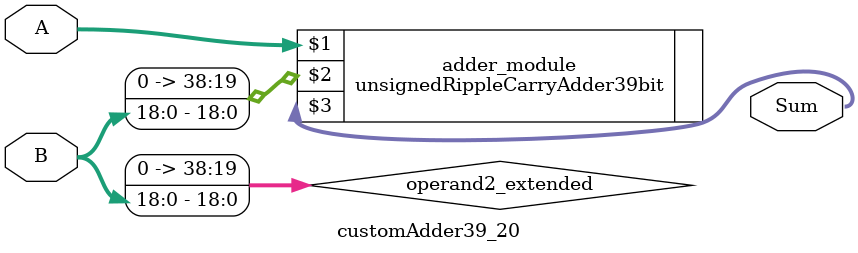
<source format=v>
module customAdder39_20(
                        input [38 : 0] A,
                        input [18 : 0] B,
                        
                        output [39 : 0] Sum
                );

        wire [38 : 0] operand2_extended;
        
        assign operand2_extended =  {20'b0, B};
        
        unsignedRippleCarryAdder39bit adder_module(
            A,
            operand2_extended,
            Sum
        );
        
        endmodule
        
</source>
